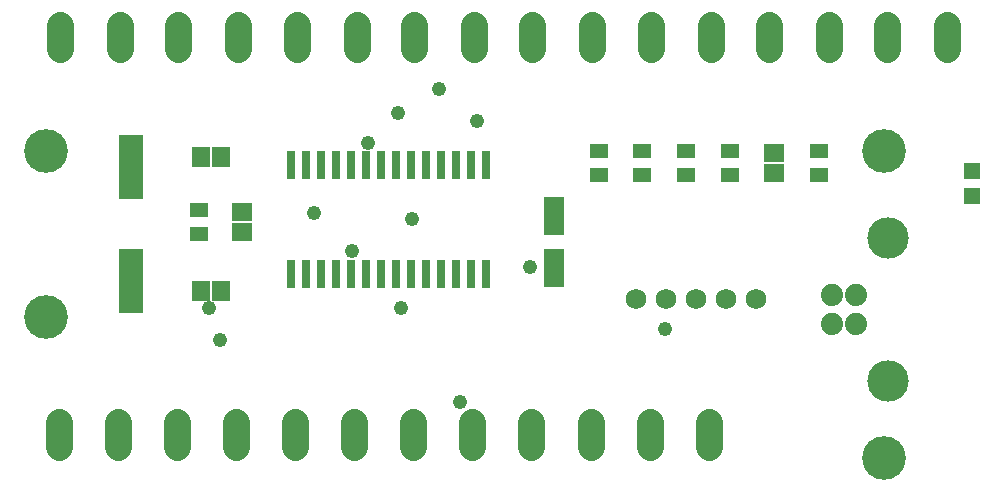
<source format=gts>
G75*
%MOIN*%
%OFA0B0*%
%FSLAX25Y25*%
%IPPOS*%
%LPD*%
%AMOC8*
5,1,8,0,0,1.08239X$1,22.5*
%
%ADD10C,0.14580*%
%ADD11R,0.06706X0.05918*%
%ADD12R,0.05918X0.06706*%
%ADD13R,0.03162X0.09461*%
%ADD14C,0.07400*%
%ADD15C,0.13800*%
%ADD16R,0.08400X0.21800*%
%ADD17R,0.06312X0.05131*%
%ADD18C,0.06800*%
%ADD19C,0.09050*%
%ADD20R,0.07099X0.12611*%
%ADD21R,0.05524X0.05524*%
%ADD22C,0.04800*%
D10*
X0018748Y0073866D03*
X0018748Y0128984D03*
X0298276Y0128984D03*
X0298276Y0026622D03*
D11*
X0261583Y0121701D03*
X0261583Y0128394D03*
X0084142Y0108709D03*
X0084142Y0102016D03*
D12*
X0077213Y0082567D03*
X0070520Y0082567D03*
X0070520Y0127252D03*
X0077213Y0127252D03*
D13*
X0100579Y0124299D03*
X0105579Y0124299D03*
X0110579Y0124299D03*
X0115579Y0124299D03*
X0120579Y0124299D03*
X0125579Y0124299D03*
X0130579Y0124299D03*
X0135579Y0124299D03*
X0140579Y0124299D03*
X0145579Y0124299D03*
X0150579Y0124299D03*
X0155579Y0124299D03*
X0160579Y0124299D03*
X0165579Y0124299D03*
X0165579Y0088079D03*
X0160579Y0088079D03*
X0155579Y0088079D03*
X0150579Y0088079D03*
X0145579Y0088079D03*
X0140579Y0088079D03*
X0135579Y0088079D03*
X0130579Y0088079D03*
X0125579Y0088079D03*
X0120579Y0088079D03*
X0115579Y0088079D03*
X0110579Y0088079D03*
X0105579Y0088079D03*
X0100579Y0088079D03*
D14*
X0280869Y0081189D03*
X0288669Y0081189D03*
X0288669Y0071346D03*
X0280869Y0071346D03*
D15*
X0299369Y0052568D03*
X0299369Y0099968D03*
D16*
X0047134Y0085890D03*
X0047134Y0123890D03*
D17*
X0069693Y0109299D03*
X0069693Y0101425D03*
X0203276Y0121110D03*
X0203276Y0128984D03*
X0217646Y0128984D03*
X0217646Y0121110D03*
X0232016Y0121110D03*
X0232016Y0128984D03*
X0246780Y0128984D03*
X0246780Y0121110D03*
X0276425Y0121110D03*
X0276425Y0128984D03*
D18*
X0255638Y0079654D03*
X0245638Y0079654D03*
X0235638Y0079654D03*
X0225638Y0079654D03*
X0215638Y0079654D03*
D19*
X0023276Y0038621D02*
X0023276Y0030371D01*
X0042961Y0030371D02*
X0042961Y0038621D01*
X0062646Y0038621D02*
X0062646Y0030371D01*
X0082016Y0030371D02*
X0082016Y0038621D01*
X0101701Y0038621D02*
X0101701Y0030371D01*
X0121386Y0030371D02*
X0121386Y0038621D01*
X0141228Y0038621D02*
X0141228Y0030371D01*
X0160913Y0030371D02*
X0160913Y0038621D01*
X0180598Y0038621D02*
X0180598Y0030371D01*
X0200441Y0030371D02*
X0200441Y0038621D01*
X0220126Y0038621D02*
X0220126Y0030371D01*
X0239811Y0030371D02*
X0239811Y0038621D01*
X0240520Y0162930D02*
X0240520Y0171180D01*
X0259693Y0171180D02*
X0259693Y0162930D01*
X0279693Y0162930D02*
X0279693Y0171180D01*
X0299063Y0171180D02*
X0299063Y0162930D01*
X0319063Y0162930D02*
X0319063Y0171180D01*
X0220520Y0171180D02*
X0220520Y0162930D01*
X0200953Y0162930D02*
X0200953Y0171180D01*
X0180953Y0171180D02*
X0180953Y0162930D01*
X0161583Y0162930D02*
X0161583Y0171180D01*
X0141583Y0171180D02*
X0141583Y0162930D01*
X0122331Y0162930D02*
X0122331Y0171180D01*
X0102331Y0171180D02*
X0102331Y0162930D01*
X0082882Y0162930D02*
X0082882Y0171180D01*
X0062882Y0171180D02*
X0062882Y0162930D01*
X0043433Y0162930D02*
X0043433Y0171180D01*
X0023433Y0171180D02*
X0023433Y0162930D01*
D20*
X0188039Y0107409D03*
X0188039Y0090087D03*
D21*
X0327606Y0114220D03*
X0327606Y0122488D03*
D22*
X0225300Y0069600D03*
X0180300Y0090300D03*
X0140700Y0106500D03*
X0120900Y0095700D03*
X0108300Y0108300D03*
X0126300Y0131700D03*
X0136200Y0141600D03*
X0149700Y0149700D03*
X0162646Y0139024D03*
X0137100Y0076800D03*
X0156900Y0045300D03*
X0076800Y0066000D03*
X0073200Y0076800D03*
M02*

</source>
